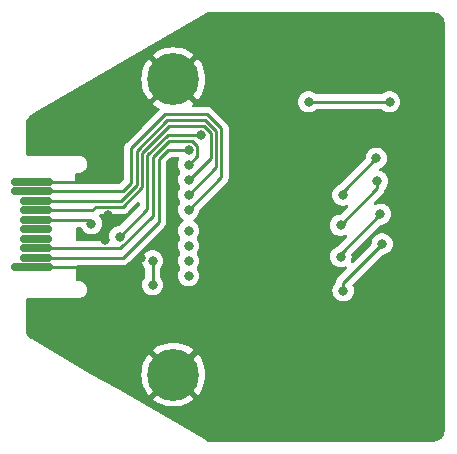
<source format=gbr>
%TF.GenerationSoftware,KiCad,Pcbnew,8.0.1*%
%TF.CreationDate,2024-08-04T19:12:34+01:00*%
%TF.ProjectId,hexpansion,68657870-616e-4736-996f-6e2e6b696361,rev?*%
%TF.SameCoordinates,Original*%
%TF.FileFunction,Copper,L2,Bot*%
%TF.FilePolarity,Positive*%
%FSLAX46Y46*%
G04 Gerber Fmt 4.6, Leading zero omitted, Abs format (unit mm)*
G04 Created by KiCad (PCBNEW 8.0.1) date 2024-08-04 19:12:34*
%MOMM*%
%LPD*%
G01*
G04 APERTURE LIST*
G04 Aperture macros list*
%AMRoundRect*
0 Rectangle with rounded corners*
0 $1 Rounding radius*
0 $2 $3 $4 $5 $6 $7 $8 $9 X,Y pos of 4 corners*
0 Add a 4 corners polygon primitive as box body*
4,1,4,$2,$3,$4,$5,$6,$7,$8,$9,$2,$3,0*
0 Add four circle primitives for the rounded corners*
1,1,$1+$1,$2,$3*
1,1,$1+$1,$4,$5*
1,1,$1+$1,$6,$7*
1,1,$1+$1,$8,$9*
0 Add four rect primitives between the rounded corners*
20,1,$1+$1,$2,$3,$4,$5,0*
20,1,$1+$1,$4,$5,$6,$7,0*
20,1,$1+$1,$6,$7,$8,$9,0*
20,1,$1+$1,$8,$9,$2,$3,0*%
G04 Aperture macros list end*
%TA.AperFunction,SMDPad,CuDef*%
%ADD10RoundRect,0.150000X-1.600000X-0.150000X1.600000X-0.150000X1.600000X0.150000X-1.600000X0.150000X0*%
%TD*%
%TA.AperFunction,SMDPad,CuDef*%
%ADD11RoundRect,0.150000X-1.200000X-0.150000X1.200000X-0.150000X1.200000X0.150000X-1.200000X0.150000X0*%
%TD*%
%TA.AperFunction,ComponentPad*%
%ADD12C,0.700000*%
%TD*%
%TA.AperFunction,ComponentPad*%
%ADD13C,4.400000*%
%TD*%
%TA.AperFunction,ViaPad*%
%ADD14C,0.800000*%
%TD*%
%TA.AperFunction,Conductor*%
%ADD15C,0.250000*%
%TD*%
%ADD16C,0.350000*%
G04 APERTURE END LIST*
D10*
%TO.P,J1,1,GND*%
%TO.N,/GND*%
X100500000Y-103400000D03*
D11*
%TO.P,J1,2,LS_A*%
%TO.N,/LS_A*%
X100900000Y-102600000D03*
%TO.P,J1,3,LS_B*%
%TO.N,/LS_B*%
X100900000Y-101800000D03*
%TO.P,J1,4,SDA*%
%TO.N,/SDA*%
X100900000Y-101000000D03*
%TO.P,J1,5,SCL*%
%TO.N,/SCL*%
X100900000Y-100200000D03*
%TO.P,J1,6,HEXP_DET*%
%TO.N,/HEXP_DET*%
X100900000Y-99400000D03*
%TO.P,J1,7,LS_C*%
%TO.N,/LS_C*%
X100900000Y-98600000D03*
%TO.P,J1,8,LS_D*%
%TO.N,/LS_D*%
X100900000Y-97800000D03*
D10*
%TO.P,J1,9,LS_E*%
%TO.N,/LS_E*%
X100500000Y-97000000D03*
%TO.P,J1,10,GND*%
%TO.N,/GND*%
X100500000Y-96200000D03*
%TD*%
D12*
%TO.P,H2,1,1*%
%TO.N,/GND*%
X110850000Y-87500000D03*
X111333274Y-86333274D03*
X111333274Y-88666726D03*
X112500000Y-85850000D03*
D13*
X112500000Y-87500000D03*
D12*
X112500000Y-89150000D03*
X113666726Y-86333274D03*
X113666726Y-88666726D03*
X114150000Y-87500000D03*
%TD*%
%TO.P,H1,1,1*%
%TO.N,/GND*%
X110850000Y-112500000D03*
X111333274Y-111333274D03*
X111333274Y-113666726D03*
X112500000Y-110850000D03*
D13*
X112500000Y-112500000D03*
D12*
X112500000Y-114150000D03*
X113666726Y-111333274D03*
X113666726Y-113666726D03*
X114150000Y-112500000D03*
%TD*%
D14*
%TO.N,/HEXP_DET*%
X110744000Y-104902000D03*
X110744000Y-102870000D03*
X105559132Y-99725000D03*
%TO.N,/GND*%
X109728000Y-102616000D03*
X106680000Y-101075000D03*
X106934000Y-99023000D03*
%TO.N,/3V3*%
X130810000Y-89408000D03*
X123952000Y-89408000D03*
X114808000Y-92202000D03*
X107945347Y-100833347D03*
%TO.N,/GND*%
X105918000Y-105918000D03*
X105918000Y-93726000D03*
%TO.N,/LS_C*%
X113792000Y-96012000D03*
%TO.N,/LS_D*%
X113792000Y-97282000D03*
%TO.N,/LS_E*%
X113792000Y-98552000D03*
%TO.N,/HS_F*%
X113792000Y-100330000D03*
%TO.N,/HS_G*%
X113792000Y-101600000D03*
%TO.N,/HS_H*%
X113792000Y-102870000D03*
%TO.N,/HS_I*%
X113792000Y-104140000D03*
%TO.N,Net-(D1-DIN)*%
X126852000Y-97300000D03*
X129682000Y-94200000D03*
%TO.N,Net-(D1-DOUT)*%
X129777000Y-96135000D03*
X126662000Y-99860000D03*
%TO.N,Net-(D2-DOUT)*%
X130042000Y-98920000D03*
X126692000Y-102520000D03*
%TO.N,Net-(D3-DOUT)*%
X130182000Y-101450000D03*
X126882000Y-105390000D03*
%TO.N,/LS_B*%
X113792000Y-94742000D03*
%TO.N,/LS_A*%
X113792000Y-93472000D03*
%TD*%
D15*
%TO.N,/HEXP_DET*%
X110744000Y-102870000D02*
X110744000Y-104902000D01*
%TO.N,/3V3*%
X110294000Y-98494000D02*
X110294000Y-93919208D01*
X107945347Y-100833347D02*
X107954653Y-100833347D01*
X112011208Y-92202000D02*
X114808000Y-92202000D01*
X107954653Y-100833347D02*
X110294000Y-98494000D01*
X110294000Y-93919208D02*
X112011208Y-92202000D01*
%TO.N,/GND*%
X106934000Y-99023000D02*
X106680000Y-99277000D01*
X106680000Y-99277000D02*
X106680000Y-101075000D01*
%TO.N,/LS_C*%
X115664653Y-94139347D02*
X113792000Y-96012000D01*
X115664653Y-92033348D02*
X115664653Y-94139347D01*
X112136812Y-91440000D02*
X115071305Y-91440000D01*
X109844000Y-93732812D02*
X112136812Y-91440000D01*
X109844000Y-96658000D02*
X109844000Y-93732812D01*
X108204000Y-98298000D02*
X109844000Y-96658000D01*
X105918000Y-98298000D02*
X108204000Y-98298000D01*
X100900000Y-98600000D02*
X105616000Y-98600000D01*
X115071305Y-91440000D02*
X115664653Y-92033348D01*
X105616000Y-98600000D02*
X105918000Y-98298000D01*
%TO.N,/HEXP_DET*%
X105242000Y-99400000D02*
X105559132Y-99717132D01*
X100900000Y-99400000D02*
X105242000Y-99400000D01*
X105559132Y-99717132D02*
X105559132Y-99725000D01*
%TO.N,/LS_E*%
X116564653Y-95779347D02*
X113792000Y-98552000D01*
X115386097Y-90482000D02*
X116564653Y-91660556D01*
X116564653Y-91660556D02*
X116564653Y-95779347D01*
X108944000Y-96285208D02*
X108944000Y-93360020D01*
X108944000Y-93360020D02*
X111822020Y-90482000D01*
X108229208Y-97000000D02*
X108944000Y-96285208D01*
X100500000Y-97000000D02*
X108229208Y-97000000D01*
X111822020Y-90482000D02*
X115386097Y-90482000D01*
%TO.N,/LS_D*%
X115199701Y-90932000D02*
X116114653Y-91846952D01*
X112008416Y-90932000D02*
X115199701Y-90932000D01*
X116114653Y-91846952D02*
X116114653Y-94959347D01*
X116114653Y-94959347D02*
X113792000Y-97282000D01*
X109394000Y-93546416D02*
X112008416Y-90932000D01*
X108065604Y-97800000D02*
X109394000Y-96471604D01*
X100900000Y-97800000D02*
X108065604Y-97800000D01*
X109394000Y-96471604D02*
X109394000Y-93546416D01*
%TO.N,/LS_B*%
X114517000Y-94017000D02*
X113792000Y-94742000D01*
X114092305Y-92747000D02*
X114517000Y-93171695D01*
X112102604Y-92747000D02*
X114092305Y-92747000D01*
X108004000Y-101800000D02*
X110744000Y-99060000D01*
X114517000Y-93171695D02*
X114517000Y-94017000D01*
X100900000Y-101800000D02*
X108004000Y-101800000D01*
X110744000Y-99060000D02*
X110744000Y-94105604D01*
X110744000Y-94105604D02*
X112102604Y-92747000D01*
%TO.N,/LS_A*%
X112014000Y-93472000D02*
X113792000Y-93472000D01*
X111252000Y-99568000D02*
X111252000Y-94234000D01*
X108220000Y-102600000D02*
X111252000Y-99568000D01*
X111252000Y-94234000D02*
X112014000Y-93472000D01*
X100900000Y-102600000D02*
X108220000Y-102600000D01*
%TO.N,/3V3*%
X123952000Y-89408000D02*
X130810000Y-89408000D01*
%TO.N,/GND*%
X100500000Y-103400000D02*
X105210000Y-103400000D01*
X100500000Y-96200000D02*
X105710000Y-96200000D01*
X105210000Y-103400000D02*
X105220000Y-103410000D01*
%TO.N,Net-(D1-DIN)*%
X126852000Y-97300000D02*
X126852000Y-97030000D01*
X126852000Y-97030000D02*
X129682000Y-94200000D01*
%TO.N,Net-(D1-DOUT)*%
X129777000Y-96745000D02*
X129777000Y-96135000D01*
X126662000Y-99860000D02*
X129777000Y-96745000D01*
%TO.N,Net-(D2-DOUT)*%
X126692000Y-102270000D02*
X126692000Y-102520000D01*
X130042000Y-98920000D02*
X126692000Y-102270000D01*
%TO.N,Net-(D3-DOUT)*%
X126882000Y-105390000D02*
X126882000Y-104750000D01*
X126882000Y-104750000D02*
X130182000Y-101450000D01*
%TD*%
%TA.AperFunction,Conductor*%
%TO.N,/GND*%
G36*
X134501532Y-81813510D02*
G01*
X134504744Y-81813589D01*
X134587603Y-81815643D01*
X134608704Y-81817985D01*
X134779005Y-81851860D01*
X134802254Y-81858912D01*
X134961259Y-81924772D01*
X134982680Y-81936223D01*
X135125769Y-82031829D01*
X135144545Y-82047237D01*
X135266241Y-82168930D01*
X135281656Y-82187714D01*
X135377260Y-82330791D01*
X135388719Y-82352228D01*
X135454574Y-82511206D01*
X135461631Y-82534467D01*
X135495505Y-82704743D01*
X135497851Y-82725895D01*
X135499963Y-82811962D01*
X135500000Y-82815004D01*
X135500000Y-117185031D01*
X135499963Y-117188045D01*
X135497871Y-117274084D01*
X135495525Y-117295263D01*
X135461654Y-117465532D01*
X135454597Y-117488794D01*
X135388740Y-117647779D01*
X135377281Y-117669216D01*
X135281674Y-117812297D01*
X135266254Y-117831087D01*
X135144573Y-117952766D01*
X135125782Y-117968187D01*
X134982694Y-118063794D01*
X134961258Y-118075251D01*
X134802271Y-118141105D01*
X134779010Y-118148160D01*
X134608734Y-118182030D01*
X134587580Y-118184376D01*
X134501510Y-118186485D01*
X134498473Y-118186522D01*
X115533220Y-118186522D01*
X115471220Y-118169909D01*
X115287423Y-118063794D01*
X107827914Y-113757043D01*
X105650652Y-112500000D01*
X109795065Y-112500000D01*
X109814786Y-112826038D01*
X109873667Y-113147341D01*
X109970835Y-113459164D01*
X109970839Y-113459175D01*
X110104897Y-113757041D01*
X110104898Y-113757043D01*
X110273881Y-114036576D01*
X110421476Y-114224968D01*
X110939936Y-113706508D01*
X111133274Y-113706508D01*
X111163722Y-113780017D01*
X111219983Y-113836278D01*
X111293492Y-113866726D01*
X111373056Y-113866726D01*
X111446565Y-113836278D01*
X111502826Y-113780017D01*
X111533274Y-113706508D01*
X111533274Y-113626944D01*
X111502826Y-113553435D01*
X111446565Y-113497174D01*
X111373056Y-113466726D01*
X111293492Y-113466726D01*
X111219983Y-113497174D01*
X111163722Y-113553435D01*
X111133274Y-113626944D01*
X111133274Y-113706508D01*
X110939936Y-113706508D01*
X111563708Y-113082736D01*
X111660967Y-113216602D01*
X111783398Y-113339033D01*
X111917262Y-113436290D01*
X110775030Y-114578522D01*
X110775030Y-114578523D01*
X110963423Y-114726118D01*
X111242956Y-114895101D01*
X111242958Y-114895102D01*
X111540824Y-115029160D01*
X111540835Y-115029164D01*
X111852658Y-115126332D01*
X112173961Y-115185213D01*
X112500000Y-115204934D01*
X112826038Y-115185213D01*
X113147341Y-115126332D01*
X113459164Y-115029164D01*
X113459175Y-115029160D01*
X113757041Y-114895102D01*
X113757043Y-114895101D01*
X114036586Y-114726112D01*
X114224968Y-114578523D01*
X114224968Y-114578522D01*
X113352955Y-113706508D01*
X113466726Y-113706508D01*
X113497174Y-113780017D01*
X113553435Y-113836278D01*
X113626944Y-113866726D01*
X113706508Y-113866726D01*
X113780017Y-113836278D01*
X113836278Y-113780017D01*
X113866726Y-113706508D01*
X113866726Y-113626944D01*
X113836278Y-113553435D01*
X113780017Y-113497174D01*
X113706508Y-113466726D01*
X113626944Y-113466726D01*
X113553435Y-113497174D01*
X113497174Y-113553435D01*
X113466726Y-113626944D01*
X113466726Y-113706508D01*
X113352955Y-113706508D01*
X113082737Y-113436290D01*
X113216602Y-113339033D01*
X113339033Y-113216602D01*
X113436290Y-113082737D01*
X114578522Y-114224968D01*
X114578523Y-114224968D01*
X114726112Y-114036586D01*
X114895101Y-113757043D01*
X114895102Y-113757041D01*
X115029160Y-113459175D01*
X115029164Y-113459164D01*
X115126332Y-113147341D01*
X115185213Y-112826038D01*
X115204934Y-112500000D01*
X115185213Y-112173961D01*
X115126332Y-111852658D01*
X115029164Y-111540835D01*
X115029160Y-111540824D01*
X114895102Y-111242958D01*
X114895101Y-111242956D01*
X114726118Y-110963423D01*
X114578522Y-110775030D01*
X113436290Y-111917262D01*
X113339033Y-111783398D01*
X113216602Y-111660967D01*
X113082736Y-111563709D01*
X113273389Y-111373056D01*
X113466726Y-111373056D01*
X113497174Y-111446565D01*
X113553435Y-111502826D01*
X113626944Y-111533274D01*
X113706508Y-111533274D01*
X113780017Y-111502826D01*
X113836278Y-111446565D01*
X113866726Y-111373056D01*
X113866726Y-111293492D01*
X113836278Y-111219983D01*
X113780017Y-111163722D01*
X113706508Y-111133274D01*
X113626944Y-111133274D01*
X113553435Y-111163722D01*
X113497174Y-111219983D01*
X113466726Y-111293492D01*
X113466726Y-111373056D01*
X113273389Y-111373056D01*
X114224968Y-110421476D01*
X114036576Y-110273881D01*
X113757043Y-110104898D01*
X113757041Y-110104897D01*
X113459175Y-109970839D01*
X113459164Y-109970835D01*
X113147341Y-109873667D01*
X112826038Y-109814786D01*
X112500000Y-109795065D01*
X112173961Y-109814786D01*
X111852658Y-109873667D01*
X111540835Y-109970835D01*
X111540824Y-109970839D01*
X111242958Y-110104897D01*
X111242956Y-110104898D01*
X110963422Y-110273881D01*
X110963416Y-110273886D01*
X110775030Y-110421474D01*
X110775029Y-110421476D01*
X111917262Y-111563709D01*
X111783398Y-111660967D01*
X111660967Y-111783398D01*
X111563709Y-111917262D01*
X111019503Y-111373056D01*
X111133274Y-111373056D01*
X111163722Y-111446565D01*
X111219983Y-111502826D01*
X111293492Y-111533274D01*
X111373056Y-111533274D01*
X111446565Y-111502826D01*
X111502826Y-111446565D01*
X111533274Y-111373056D01*
X111533274Y-111293492D01*
X111502826Y-111219983D01*
X111446565Y-111163722D01*
X111373056Y-111133274D01*
X111293492Y-111133274D01*
X111219983Y-111163722D01*
X111163722Y-111219983D01*
X111133274Y-111293492D01*
X111133274Y-111373056D01*
X111019503Y-111373056D01*
X110421476Y-110775029D01*
X110421474Y-110775030D01*
X110273886Y-110963416D01*
X110273881Y-110963422D01*
X110104898Y-111242956D01*
X110104897Y-111242958D01*
X109970839Y-111540824D01*
X109970835Y-111540835D01*
X109873667Y-111852658D01*
X109814786Y-112173961D01*
X109795065Y-112500000D01*
X105650652Y-112500000D01*
X100501428Y-109527093D01*
X100498608Y-109525415D01*
X100420311Y-109477404D01*
X100402161Y-109463847D01*
X100264511Y-109339913D01*
X100247165Y-109320649D01*
X100139266Y-109172148D01*
X100126306Y-109149703D01*
X100051634Y-108982002D01*
X100043626Y-108957358D01*
X100005112Y-108776200D01*
X100002445Y-108753674D01*
X100000042Y-108661846D01*
X100000000Y-108658603D01*
X100000000Y-106253025D01*
X100000147Y-106246989D01*
X100000363Y-106242548D01*
X100001352Y-106222261D01*
X100010642Y-106180856D01*
X100030659Y-106132529D01*
X100057534Y-106092308D01*
X100092308Y-106057534D01*
X100132529Y-106030659D01*
X100180856Y-106010642D01*
X100222261Y-106001352D01*
X100241421Y-106000418D01*
X100246990Y-106000147D01*
X100253026Y-106000000D01*
X104500015Y-106000000D01*
X104551275Y-105998564D01*
X104578623Y-105997799D01*
X104731927Y-105962809D01*
X104873601Y-105894582D01*
X104996541Y-105796541D01*
X105094582Y-105673601D01*
X105162809Y-105531927D01*
X105197799Y-105378623D01*
X105200000Y-105300000D01*
X105197799Y-105221377D01*
X105162809Y-105068073D01*
X105149530Y-105040500D01*
X105094583Y-104926401D01*
X105094582Y-104926400D01*
X105094582Y-104926399D01*
X105075125Y-104902000D01*
X109838540Y-104902000D01*
X109858326Y-105090256D01*
X109858327Y-105090259D01*
X109916818Y-105270277D01*
X109916821Y-105270284D01*
X110011467Y-105434216D01*
X110099447Y-105531927D01*
X110138129Y-105574888D01*
X110291265Y-105686148D01*
X110291270Y-105686151D01*
X110464192Y-105763142D01*
X110464197Y-105763144D01*
X110649354Y-105802500D01*
X110649355Y-105802500D01*
X110838644Y-105802500D01*
X110838646Y-105802500D01*
X111023803Y-105763144D01*
X111196730Y-105686151D01*
X111349871Y-105574888D01*
X111476533Y-105434216D01*
X111571179Y-105270284D01*
X111629674Y-105090256D01*
X111649460Y-104902000D01*
X111629674Y-104713744D01*
X111571179Y-104533716D01*
X111476533Y-104369784D01*
X111459860Y-104351267D01*
X111401350Y-104286284D01*
X111371120Y-104223292D01*
X111369500Y-104203312D01*
X111369500Y-103568687D01*
X111389185Y-103501648D01*
X111401350Y-103485715D01*
X111428424Y-103455646D01*
X111476533Y-103402216D01*
X111571179Y-103238284D01*
X111629674Y-103058256D01*
X111649460Y-102870000D01*
X111629674Y-102681744D01*
X111571179Y-102501716D01*
X111476533Y-102337784D01*
X111349871Y-102197112D01*
X111349870Y-102197111D01*
X111196734Y-102085851D01*
X111196729Y-102085848D01*
X111023807Y-102008857D01*
X111023802Y-102008855D01*
X110878001Y-101977865D01*
X110838646Y-101969500D01*
X110649354Y-101969500D01*
X110616897Y-101976398D01*
X110464197Y-102008855D01*
X110464192Y-102008857D01*
X110291270Y-102085848D01*
X110291265Y-102085851D01*
X110138129Y-102197111D01*
X110011466Y-102337785D01*
X109916821Y-102501715D01*
X109916818Y-102501722D01*
X109858327Y-102681740D01*
X109858326Y-102681744D01*
X109838540Y-102870000D01*
X109858326Y-103058256D01*
X109858327Y-103058259D01*
X109916818Y-103238277D01*
X109916821Y-103238284D01*
X110011467Y-103402216D01*
X110029306Y-103422028D01*
X110086650Y-103485715D01*
X110116880Y-103548706D01*
X110118500Y-103568687D01*
X110118500Y-104203312D01*
X110098815Y-104270351D01*
X110086650Y-104286284D01*
X110011466Y-104369784D01*
X109916821Y-104533715D01*
X109916818Y-104533722D01*
X109861031Y-104705418D01*
X109858326Y-104713744D01*
X109838540Y-104902000D01*
X105075125Y-104902000D01*
X104996541Y-104803459D01*
X104873601Y-104705418D01*
X104873599Y-104705417D01*
X104873598Y-104705416D01*
X104731927Y-104637190D01*
X104578625Y-104602201D01*
X104578615Y-104602200D01*
X104500015Y-104600000D01*
X104500000Y-104600000D01*
X104389804Y-104600000D01*
X104322765Y-104580315D01*
X104277010Y-104527511D01*
X104265807Y-104476862D01*
X104265646Y-104453714D01*
X104258475Y-103422028D01*
X104257977Y-103350362D01*
X104277195Y-103283187D01*
X104329680Y-103237066D01*
X104381974Y-103225500D01*
X108281607Y-103225500D01*
X108342029Y-103213481D01*
X108402452Y-103201463D01*
X108454775Y-103179790D01*
X108454776Y-103179789D01*
X108454778Y-103179789D01*
X108516281Y-103154314D01*
X108516280Y-103154314D01*
X108516286Y-103154312D01*
X108567509Y-103120084D01*
X108618733Y-103085858D01*
X108705858Y-102998733D01*
X108705858Y-102998731D01*
X108716066Y-102988524D01*
X108716067Y-102988521D01*
X111737858Y-99966733D01*
X111806312Y-99864285D01*
X111853463Y-99750451D01*
X111877501Y-99629606D01*
X111877501Y-99506393D01*
X111877501Y-99501283D01*
X111877500Y-99501257D01*
X111877500Y-94544452D01*
X111897185Y-94477413D01*
X111913819Y-94456771D01*
X112236771Y-94133819D01*
X112298094Y-94100334D01*
X112324452Y-94097500D01*
X112909520Y-94097500D01*
X112976559Y-94117185D01*
X113022314Y-94169989D01*
X113032258Y-94239147D01*
X113016907Y-94283500D01*
X112964821Y-94373715D01*
X112964818Y-94373722D01*
X112909345Y-94544452D01*
X112906326Y-94553744D01*
X112886540Y-94742000D01*
X112906326Y-94930256D01*
X112906327Y-94930259D01*
X112964818Y-95110277D01*
X112964821Y-95110284D01*
X113059467Y-95274216D01*
X113069806Y-95285699D01*
X113077307Y-95294030D01*
X113107535Y-95357022D01*
X113098909Y-95426357D01*
X113077307Y-95459970D01*
X113059466Y-95479785D01*
X112964821Y-95643715D01*
X112964818Y-95643722D01*
X112906327Y-95823740D01*
X112906326Y-95823744D01*
X112886540Y-96012000D01*
X112906326Y-96200256D01*
X112906327Y-96200259D01*
X112964818Y-96380277D01*
X112964821Y-96380284D01*
X113059467Y-96544216D01*
X113069806Y-96555699D01*
X113077307Y-96564030D01*
X113107535Y-96627022D01*
X113098909Y-96696357D01*
X113077307Y-96729970D01*
X113059466Y-96749785D01*
X112964821Y-96913715D01*
X112964818Y-96913722D01*
X112920790Y-97049228D01*
X112906326Y-97093744D01*
X112886540Y-97282000D01*
X112906326Y-97470256D01*
X112906327Y-97470259D01*
X112964818Y-97650277D01*
X112964821Y-97650284D01*
X113059467Y-97814216D01*
X113069806Y-97825699D01*
X113077307Y-97834030D01*
X113107535Y-97897022D01*
X113098909Y-97966357D01*
X113077307Y-97999970D01*
X113059466Y-98019785D01*
X112964821Y-98183715D01*
X112964818Y-98183722D01*
X112908263Y-98357782D01*
X112906326Y-98363744D01*
X112886540Y-98552000D01*
X112906326Y-98740256D01*
X112906327Y-98740259D01*
X112964818Y-98920277D01*
X112964821Y-98920284D01*
X113059467Y-99084216D01*
X113157223Y-99192785D01*
X113186129Y-99224888D01*
X113344527Y-99339971D01*
X113342976Y-99342105D01*
X113383098Y-99384199D01*
X113396309Y-99452808D01*
X113370330Y-99517668D01*
X113343634Y-99540800D01*
X113344527Y-99542029D01*
X113186129Y-99657111D01*
X113059466Y-99797785D01*
X112964821Y-99961715D01*
X112964818Y-99961722D01*
X112906327Y-100141740D01*
X112906326Y-100141744D01*
X112886540Y-100330000D01*
X112906326Y-100518256D01*
X112906327Y-100518259D01*
X112964818Y-100698277D01*
X112964821Y-100698284D01*
X113059467Y-100862216D01*
X113069806Y-100873699D01*
X113077307Y-100882030D01*
X113107535Y-100945022D01*
X113098909Y-101014357D01*
X113077307Y-101047970D01*
X113059466Y-101067785D01*
X112964821Y-101231715D01*
X112964818Y-101231722D01*
X112906327Y-101411740D01*
X112906326Y-101411744D01*
X112886540Y-101600000D01*
X112906326Y-101788256D01*
X112906327Y-101788259D01*
X112964818Y-101968277D01*
X112964821Y-101968284D01*
X113059467Y-102132216D01*
X113069806Y-102143699D01*
X113077307Y-102152030D01*
X113107535Y-102215022D01*
X113098909Y-102284357D01*
X113077307Y-102317970D01*
X113059466Y-102337785D01*
X112964821Y-102501715D01*
X112964818Y-102501722D01*
X112906327Y-102681740D01*
X112906326Y-102681744D01*
X112886540Y-102870000D01*
X112906326Y-103058256D01*
X112906327Y-103058259D01*
X112964818Y-103238277D01*
X112964821Y-103238284D01*
X113059467Y-103402216D01*
X113069806Y-103413699D01*
X113077307Y-103422030D01*
X113107535Y-103485022D01*
X113098909Y-103554357D01*
X113077307Y-103587970D01*
X113059466Y-103607785D01*
X112964821Y-103771715D01*
X112964818Y-103771722D01*
X112906327Y-103951740D01*
X112906326Y-103951744D01*
X112886540Y-104140000D01*
X112906326Y-104328256D01*
X112906327Y-104328259D01*
X112964818Y-104508277D01*
X112964821Y-104508283D01*
X112964821Y-104508284D01*
X113059467Y-104672216D01*
X113119521Y-104738912D01*
X113186129Y-104812888D01*
X113339265Y-104924148D01*
X113339270Y-104924151D01*
X113512192Y-105001142D01*
X113512197Y-105001144D01*
X113697354Y-105040500D01*
X113697355Y-105040500D01*
X113886644Y-105040500D01*
X113886646Y-105040500D01*
X114071803Y-105001144D01*
X114244730Y-104924151D01*
X114397871Y-104812888D01*
X114524533Y-104672216D01*
X114619179Y-104508284D01*
X114677674Y-104328256D01*
X114697460Y-104140000D01*
X114677674Y-103951744D01*
X114619179Y-103771716D01*
X114524533Y-103607784D01*
X114506693Y-103587971D01*
X114476464Y-103524981D01*
X114485089Y-103455646D01*
X114506694Y-103422028D01*
X114508070Y-103420500D01*
X114524533Y-103402216D01*
X114619179Y-103238284D01*
X114677674Y-103058256D01*
X114697460Y-102870000D01*
X114677674Y-102681744D01*
X114619179Y-102501716D01*
X114524533Y-102337784D01*
X114506693Y-102317971D01*
X114476464Y-102254981D01*
X114485089Y-102185646D01*
X114506694Y-102152028D01*
X114524533Y-102132216D01*
X114619179Y-101968284D01*
X114677674Y-101788256D01*
X114697460Y-101600000D01*
X114677674Y-101411744D01*
X114619179Y-101231716D01*
X114524533Y-101067784D01*
X114506693Y-101047971D01*
X114476464Y-100984981D01*
X114485089Y-100915646D01*
X114506694Y-100882028D01*
X114524533Y-100862216D01*
X114619179Y-100698284D01*
X114677674Y-100518256D01*
X114697460Y-100330000D01*
X114677674Y-100141744D01*
X114619179Y-99961716D01*
X114560453Y-99860000D01*
X125756540Y-99860000D01*
X125776326Y-100048256D01*
X125776327Y-100048259D01*
X125834818Y-100228277D01*
X125834820Y-100228282D01*
X125834821Y-100228284D01*
X125929467Y-100392216D01*
X126034753Y-100509148D01*
X126056129Y-100532888D01*
X126209265Y-100644148D01*
X126209270Y-100644151D01*
X126382192Y-100721142D01*
X126382197Y-100721144D01*
X126567354Y-100760500D01*
X126567355Y-100760500D01*
X126756644Y-100760500D01*
X126756646Y-100760500D01*
X126941803Y-100721144D01*
X127077689Y-100660642D01*
X127146937Y-100651358D01*
X127210214Y-100680985D01*
X127247428Y-100740120D01*
X127246764Y-100809987D01*
X127215805Y-100861603D01*
X126439904Y-101637504D01*
X126402659Y-101663102D01*
X126239270Y-101735848D01*
X126239265Y-101735851D01*
X126086129Y-101847111D01*
X125959466Y-101987785D01*
X125864821Y-102151715D01*
X125864818Y-102151722D01*
X125806327Y-102331740D01*
X125806326Y-102331744D01*
X125786540Y-102520000D01*
X125806326Y-102708256D01*
X125806327Y-102708259D01*
X125864818Y-102888277D01*
X125864821Y-102888284D01*
X125959467Y-103052216D01*
X126086129Y-103192888D01*
X126239265Y-103304148D01*
X126239270Y-103304151D01*
X126412192Y-103381142D01*
X126412197Y-103381144D01*
X126597354Y-103420500D01*
X126597355Y-103420500D01*
X126786644Y-103420500D01*
X126786646Y-103420500D01*
X126971803Y-103381144D01*
X127071639Y-103336693D01*
X127140886Y-103327408D01*
X127204163Y-103357036D01*
X127241377Y-103416171D01*
X127240713Y-103486037D01*
X127209754Y-103537654D01*
X126483270Y-104264139D01*
X126396144Y-104351264D01*
X126396138Y-104351272D01*
X126327690Y-104453708D01*
X126327689Y-104453710D01*
X126305084Y-104508283D01*
X126305085Y-104508284D01*
X126280536Y-104567549D01*
X126280535Y-104567555D01*
X126256500Y-104688389D01*
X126256500Y-104691312D01*
X126256067Y-104692785D01*
X126255903Y-104694455D01*
X126255586Y-104694423D01*
X126236815Y-104758351D01*
X126224650Y-104774284D01*
X126149466Y-104857784D01*
X126054821Y-105021715D01*
X126054818Y-105021722D01*
X125996327Y-105201740D01*
X125996326Y-105201744D01*
X125976540Y-105390000D01*
X125996326Y-105578256D01*
X125996327Y-105578259D01*
X126054818Y-105758277D01*
X126054821Y-105758284D01*
X126149467Y-105922216D01*
X126247110Y-106030659D01*
X126276129Y-106062888D01*
X126429265Y-106174148D01*
X126429270Y-106174151D01*
X126602192Y-106251142D01*
X126602197Y-106251144D01*
X126787354Y-106290500D01*
X126787355Y-106290500D01*
X126976644Y-106290500D01*
X126976646Y-106290500D01*
X127161803Y-106251144D01*
X127334730Y-106174151D01*
X127487871Y-106062888D01*
X127614533Y-105922216D01*
X127709179Y-105758284D01*
X127767674Y-105578256D01*
X127787460Y-105390000D01*
X127767674Y-105201744D01*
X127709179Y-105021716D01*
X127697301Y-105001142D01*
X127678312Y-104968251D01*
X127661839Y-104900350D01*
X127684692Y-104834323D01*
X127698012Y-104818576D01*
X130129771Y-102386819D01*
X130191094Y-102353334D01*
X130217452Y-102350500D01*
X130276644Y-102350500D01*
X130276646Y-102350500D01*
X130461803Y-102311144D01*
X130634730Y-102234151D01*
X130787871Y-102122888D01*
X130914533Y-101982216D01*
X131009179Y-101818284D01*
X131067674Y-101638256D01*
X131087460Y-101450000D01*
X131067674Y-101261744D01*
X131009179Y-101081716D01*
X130914533Y-100917784D01*
X130787871Y-100777112D01*
X130787870Y-100777111D01*
X130634734Y-100665851D01*
X130634729Y-100665848D01*
X130461807Y-100588857D01*
X130461802Y-100588855D01*
X130316001Y-100557865D01*
X130276646Y-100549500D01*
X130087354Y-100549500D01*
X130054897Y-100556398D01*
X129902197Y-100588855D01*
X129902192Y-100588857D01*
X129729270Y-100665848D01*
X129729265Y-100665851D01*
X129576129Y-100777111D01*
X129449466Y-100917785D01*
X129354821Y-101081715D01*
X129354818Y-101081722D01*
X129296327Y-101261740D01*
X129296326Y-101261744D01*
X129288405Y-101337105D01*
X129278678Y-101429651D01*
X129252093Y-101494266D01*
X129243038Y-101504370D01*
X127719441Y-103027967D01*
X127658118Y-103061452D01*
X127588426Y-103056468D01*
X127532493Y-103014596D01*
X127508076Y-102949132D01*
X127517647Y-102894619D01*
X127517171Y-102894465D01*
X127518266Y-102891093D01*
X127518488Y-102889832D01*
X127519169Y-102888300D01*
X127519179Y-102888284D01*
X127577674Y-102708256D01*
X127597460Y-102520000D01*
X127577880Y-102333708D01*
X127590449Y-102264982D01*
X127613520Y-102233069D01*
X128183488Y-101663102D01*
X129381528Y-100465062D01*
X129989772Y-99856819D01*
X130051095Y-99823334D01*
X130077453Y-99820500D01*
X130136644Y-99820500D01*
X130136646Y-99820500D01*
X130321803Y-99781144D01*
X130494730Y-99704151D01*
X130647871Y-99592888D01*
X130774533Y-99452216D01*
X130869179Y-99288284D01*
X130927674Y-99108256D01*
X130947460Y-98920000D01*
X130927674Y-98731744D01*
X130869179Y-98551716D01*
X130774533Y-98387784D01*
X130647871Y-98247112D01*
X130632983Y-98236295D01*
X130494734Y-98135851D01*
X130494729Y-98135848D01*
X130321807Y-98058857D01*
X130321802Y-98058855D01*
X130176001Y-98027865D01*
X130136646Y-98019500D01*
X129947354Y-98019500D01*
X129914897Y-98026398D01*
X129762197Y-98058855D01*
X129762192Y-98058857D01*
X129626307Y-98119358D01*
X129557057Y-98128643D01*
X129493780Y-98099015D01*
X129456567Y-98039880D01*
X129457232Y-97970013D01*
X129488188Y-97918400D01*
X130175729Y-97230860D01*
X130175733Y-97230858D01*
X130262858Y-97143733D01*
X130331311Y-97041286D01*
X130378463Y-96927452D01*
X130397435Y-96832071D01*
X130401087Y-96813711D01*
X130430552Y-96754931D01*
X130509533Y-96667216D01*
X130604179Y-96503284D01*
X130662674Y-96323256D01*
X130682460Y-96135000D01*
X130662674Y-95946744D01*
X130604179Y-95766716D01*
X130509533Y-95602784D01*
X130382871Y-95462112D01*
X130379923Y-95459970D01*
X130229734Y-95350851D01*
X130229729Y-95350848D01*
X130056807Y-95273857D01*
X130056802Y-95273855D01*
X130042417Y-95270798D01*
X129980935Y-95237606D01*
X129947159Y-95176443D01*
X129951811Y-95106728D01*
X129993416Y-95050596D01*
X130017762Y-95036229D01*
X130134730Y-94984151D01*
X130287871Y-94872888D01*
X130414533Y-94732216D01*
X130509179Y-94568284D01*
X130567674Y-94388256D01*
X130587460Y-94200000D01*
X130567674Y-94011744D01*
X130509179Y-93831716D01*
X130414533Y-93667784D01*
X130287871Y-93527112D01*
X130287870Y-93527111D01*
X130134734Y-93415851D01*
X130134729Y-93415848D01*
X129961807Y-93338857D01*
X129961802Y-93338855D01*
X129816001Y-93307865D01*
X129776646Y-93299500D01*
X129587354Y-93299500D01*
X129554897Y-93306398D01*
X129402197Y-93338855D01*
X129402192Y-93338857D01*
X129229270Y-93415848D01*
X129229265Y-93415851D01*
X129076129Y-93527111D01*
X128949466Y-93667785D01*
X128854821Y-93831715D01*
X128854818Y-93831722D01*
X128796327Y-94011740D01*
X128796326Y-94011744D01*
X128785244Y-94117185D01*
X128778679Y-94179649D01*
X128752094Y-94244263D01*
X128743039Y-94254368D01*
X126563854Y-96433554D01*
X126526610Y-96459152D01*
X126399267Y-96515850D01*
X126246129Y-96627111D01*
X126119466Y-96767785D01*
X126024821Y-96931715D01*
X126024818Y-96931722D01*
X125968442Y-97105231D01*
X125966326Y-97111744D01*
X125946540Y-97300000D01*
X125966326Y-97488256D01*
X125966327Y-97488259D01*
X126024818Y-97668277D01*
X126024821Y-97668284D01*
X126119467Y-97832216D01*
X126219345Y-97943141D01*
X126246129Y-97972888D01*
X126399265Y-98084148D01*
X126399270Y-98084151D01*
X126572192Y-98161142D01*
X126572197Y-98161144D01*
X126757354Y-98200500D01*
X126757355Y-98200500D01*
X126946644Y-98200500D01*
X126946646Y-98200500D01*
X127131803Y-98161144D01*
X127141506Y-98156824D01*
X127210755Y-98147536D01*
X127274033Y-98177162D01*
X127311249Y-98236295D01*
X127310587Y-98306162D01*
X127279627Y-98357782D01*
X126714229Y-98923181D01*
X126652906Y-98956666D01*
X126626548Y-98959500D01*
X126567354Y-98959500D01*
X126544946Y-98964263D01*
X126382197Y-98998855D01*
X126382192Y-98998857D01*
X126209270Y-99075848D01*
X126209265Y-99075851D01*
X126056129Y-99187111D01*
X125929466Y-99327785D01*
X125834821Y-99491715D01*
X125834818Y-99491722D01*
X125781080Y-99657112D01*
X125776326Y-99671744D01*
X125756540Y-99860000D01*
X114560453Y-99860000D01*
X114524533Y-99797784D01*
X114397871Y-99657112D01*
X114360015Y-99629608D01*
X114239473Y-99542029D01*
X114241028Y-99539888D01*
X114200921Y-99497840D01*
X114187685Y-99429235D01*
X114213642Y-99364366D01*
X114240370Y-99341205D01*
X114239473Y-99339971D01*
X114310623Y-99288277D01*
X114397871Y-99224888D01*
X114524533Y-99084216D01*
X114619179Y-98920284D01*
X114677674Y-98740256D01*
X114695321Y-98572344D01*
X114721904Y-98507734D01*
X114730951Y-98497638D01*
X117050510Y-96178081D01*
X117052357Y-96175318D01*
X117118964Y-96075633D01*
X117166116Y-95961799D01*
X117177518Y-95904474D01*
X117189130Y-95846101D01*
X117190152Y-95840958D01*
X117190153Y-95840951D01*
X117190153Y-91598949D01*
X117190152Y-91598945D01*
X117166117Y-91478111D01*
X117166116Y-91478104D01*
X117137015Y-91407848D01*
X117118965Y-91364271D01*
X117103651Y-91341352D01*
X117077023Y-91301500D01*
X117050511Y-91261823D01*
X117050506Y-91261817D01*
X116960290Y-91171601D01*
X116960259Y-91171572D01*
X115876295Y-90087608D01*
X115876275Y-90087586D01*
X115784830Y-89996141D01*
X115733606Y-89961915D01*
X115682384Y-89927689D01*
X115682385Y-89927689D01*
X115682383Y-89927688D01*
X115666434Y-89921082D01*
X115600708Y-89893857D01*
X115600708Y-89893858D01*
X115568549Y-89880537D01*
X115508126Y-89868518D01*
X115447707Y-89856500D01*
X115447704Y-89856500D01*
X115447703Y-89856500D01*
X114229496Y-89856500D01*
X114162457Y-89836815D01*
X114116702Y-89784011D01*
X114106758Y-89714853D01*
X114135783Y-89651297D01*
X114153023Y-89634889D01*
X114224968Y-89578523D01*
X114224968Y-89578522D01*
X114054446Y-89408000D01*
X123046540Y-89408000D01*
X123066326Y-89596256D01*
X123066327Y-89596259D01*
X123124818Y-89776277D01*
X123124821Y-89776284D01*
X123219467Y-89940216D01*
X123321185Y-90053185D01*
X123346129Y-90080888D01*
X123499265Y-90192148D01*
X123499270Y-90192151D01*
X123672192Y-90269142D01*
X123672197Y-90269144D01*
X123857354Y-90308500D01*
X123857355Y-90308500D01*
X124046644Y-90308500D01*
X124046646Y-90308500D01*
X124231803Y-90269144D01*
X124404730Y-90192151D01*
X124557871Y-90080888D01*
X124560788Y-90077647D01*
X124563600Y-90074526D01*
X124623087Y-90037879D01*
X124655748Y-90033500D01*
X130106252Y-90033500D01*
X130173291Y-90053185D01*
X130198400Y-90074526D01*
X130204126Y-90080885D01*
X130204130Y-90080889D01*
X130357265Y-90192148D01*
X130357270Y-90192151D01*
X130530192Y-90269142D01*
X130530197Y-90269144D01*
X130715354Y-90308500D01*
X130715355Y-90308500D01*
X130904644Y-90308500D01*
X130904646Y-90308500D01*
X131089803Y-90269144D01*
X131262730Y-90192151D01*
X131415871Y-90080888D01*
X131542533Y-89940216D01*
X131637179Y-89776284D01*
X131695674Y-89596256D01*
X131715460Y-89408000D01*
X131695674Y-89219744D01*
X131637179Y-89039716D01*
X131542533Y-88875784D01*
X131415871Y-88735112D01*
X131415870Y-88735111D01*
X131262734Y-88623851D01*
X131262729Y-88623848D01*
X131089807Y-88546857D01*
X131089802Y-88546855D01*
X130944001Y-88515865D01*
X130904646Y-88507500D01*
X130715354Y-88507500D01*
X130682897Y-88514398D01*
X130530197Y-88546855D01*
X130530192Y-88546857D01*
X130357270Y-88623848D01*
X130357265Y-88623851D01*
X130204130Y-88735110D01*
X130204126Y-88735114D01*
X130198400Y-88741474D01*
X130138913Y-88778121D01*
X130106252Y-88782500D01*
X124655748Y-88782500D01*
X124588709Y-88762815D01*
X124563600Y-88741474D01*
X124557873Y-88735114D01*
X124557869Y-88735110D01*
X124404734Y-88623851D01*
X124404729Y-88623848D01*
X124231807Y-88546857D01*
X124231802Y-88546855D01*
X124086001Y-88515865D01*
X124046646Y-88507500D01*
X123857354Y-88507500D01*
X123824897Y-88514398D01*
X123672197Y-88546855D01*
X123672192Y-88546857D01*
X123499270Y-88623848D01*
X123499265Y-88623851D01*
X123346129Y-88735111D01*
X123219466Y-88875785D01*
X123124821Y-89039715D01*
X123124818Y-89039722D01*
X123101913Y-89110218D01*
X123066326Y-89219744D01*
X123046540Y-89408000D01*
X114054446Y-89408000D01*
X113352955Y-88706508D01*
X113466726Y-88706508D01*
X113497174Y-88780017D01*
X113553435Y-88836278D01*
X113626944Y-88866726D01*
X113706508Y-88866726D01*
X113780017Y-88836278D01*
X113836278Y-88780017D01*
X113866726Y-88706508D01*
X113866726Y-88626944D01*
X113836278Y-88553435D01*
X113780017Y-88497174D01*
X113706508Y-88466726D01*
X113626944Y-88466726D01*
X113553435Y-88497174D01*
X113497174Y-88553435D01*
X113466726Y-88626944D01*
X113466726Y-88706508D01*
X113352955Y-88706508D01*
X113082737Y-88436290D01*
X113216602Y-88339033D01*
X113339033Y-88216602D01*
X113436290Y-88082737D01*
X114578522Y-89224968D01*
X114578523Y-89224968D01*
X114726112Y-89036586D01*
X114895101Y-88757043D01*
X114895102Y-88757041D01*
X115029160Y-88459175D01*
X115029164Y-88459164D01*
X115126332Y-88147341D01*
X115185213Y-87826038D01*
X115204934Y-87500000D01*
X115185213Y-87173961D01*
X115126332Y-86852658D01*
X115029164Y-86540835D01*
X115029160Y-86540824D01*
X114895102Y-86242958D01*
X114895101Y-86242956D01*
X114726118Y-85963423D01*
X114578522Y-85775030D01*
X113436290Y-86917262D01*
X113339033Y-86783398D01*
X113216602Y-86660967D01*
X113082736Y-86563709D01*
X113273389Y-86373056D01*
X113466726Y-86373056D01*
X113497174Y-86446565D01*
X113553435Y-86502826D01*
X113626944Y-86533274D01*
X113706508Y-86533274D01*
X113780017Y-86502826D01*
X113836278Y-86446565D01*
X113866726Y-86373056D01*
X113866726Y-86293492D01*
X113836278Y-86219983D01*
X113780017Y-86163722D01*
X113706508Y-86133274D01*
X113626944Y-86133274D01*
X113553435Y-86163722D01*
X113497174Y-86219983D01*
X113466726Y-86293492D01*
X113466726Y-86373056D01*
X113273389Y-86373056D01*
X114224968Y-85421476D01*
X114036576Y-85273881D01*
X113757043Y-85104898D01*
X113757041Y-85104897D01*
X113459175Y-84970839D01*
X113459164Y-84970835D01*
X113147341Y-84873667D01*
X112826038Y-84814786D01*
X112500000Y-84795065D01*
X112173961Y-84814786D01*
X111852658Y-84873667D01*
X111540835Y-84970835D01*
X111540824Y-84970839D01*
X111242958Y-85104897D01*
X111242956Y-85104898D01*
X110963422Y-85273881D01*
X110963416Y-85273886D01*
X110775030Y-85421474D01*
X110775029Y-85421476D01*
X111917262Y-86563709D01*
X111783398Y-86660967D01*
X111660967Y-86783398D01*
X111563709Y-86917262D01*
X111019503Y-86373056D01*
X111133274Y-86373056D01*
X111163722Y-86446565D01*
X111219983Y-86502826D01*
X111293492Y-86533274D01*
X111373056Y-86533274D01*
X111446565Y-86502826D01*
X111502826Y-86446565D01*
X111533274Y-86373056D01*
X111533274Y-86293492D01*
X111502826Y-86219983D01*
X111446565Y-86163722D01*
X111373056Y-86133274D01*
X111293492Y-86133274D01*
X111219983Y-86163722D01*
X111163722Y-86219983D01*
X111133274Y-86293492D01*
X111133274Y-86373056D01*
X111019503Y-86373056D01*
X110421476Y-85775029D01*
X110421474Y-85775030D01*
X110273886Y-85963416D01*
X110273881Y-85963422D01*
X110104898Y-86242956D01*
X110104897Y-86242958D01*
X109970839Y-86540824D01*
X109970835Y-86540835D01*
X109873667Y-86852658D01*
X109814786Y-87173961D01*
X109795065Y-87500000D01*
X109814786Y-87826038D01*
X109873667Y-88147341D01*
X109970835Y-88459164D01*
X109970839Y-88459175D01*
X110104897Y-88757041D01*
X110104898Y-88757043D01*
X110273881Y-89036576D01*
X110421476Y-89224968D01*
X110939936Y-88706508D01*
X111133274Y-88706508D01*
X111163722Y-88780017D01*
X111219983Y-88836278D01*
X111293492Y-88866726D01*
X111373056Y-88866726D01*
X111446565Y-88836278D01*
X111502826Y-88780017D01*
X111533274Y-88706508D01*
X111533274Y-88626944D01*
X111502826Y-88553435D01*
X111446565Y-88497174D01*
X111373056Y-88466726D01*
X111293492Y-88466726D01*
X111219983Y-88497174D01*
X111163722Y-88553435D01*
X111133274Y-88626944D01*
X111133274Y-88706508D01*
X110939936Y-88706508D01*
X111563708Y-88082736D01*
X111660967Y-88216602D01*
X111783398Y-88339033D01*
X111917262Y-88436290D01*
X110775030Y-89578522D01*
X110775030Y-89578523D01*
X110963423Y-89726118D01*
X111242956Y-89895101D01*
X111242963Y-89895105D01*
X111273177Y-89908703D01*
X111326232Y-89954166D01*
X111346285Y-90021096D01*
X111326970Y-90088243D01*
X111309968Y-90109460D01*
X109820484Y-91598945D01*
X108545270Y-92874159D01*
X108545267Y-92874162D01*
X108501704Y-92917724D01*
X108458142Y-92961286D01*
X108437550Y-92992105D01*
X108437549Y-92992104D01*
X108389689Y-93063732D01*
X108389685Y-93063739D01*
X108371638Y-93107311D01*
X108371638Y-93107312D01*
X108342537Y-93177567D01*
X108342535Y-93177573D01*
X108331450Y-93233297D01*
X108331451Y-93233298D01*
X108320266Y-93289538D01*
X108320264Y-93289548D01*
X108318500Y-93298413D01*
X108318500Y-95974755D01*
X108298815Y-96041794D01*
X108282181Y-96062436D01*
X108006437Y-96338181D01*
X107945114Y-96371666D01*
X107918756Y-96374500D01*
X104332626Y-96374500D01*
X104265587Y-96354815D01*
X104219832Y-96302011D01*
X104208629Y-96251362D01*
X104203579Y-95524862D01*
X104222797Y-95457687D01*
X104275282Y-95411566D01*
X104327576Y-95400000D01*
X104500015Y-95400000D01*
X104551275Y-95398564D01*
X104578623Y-95397799D01*
X104731927Y-95362809D01*
X104873601Y-95294582D01*
X104996541Y-95196541D01*
X105094582Y-95073601D01*
X105162809Y-94931927D01*
X105197799Y-94778623D01*
X105200000Y-94700000D01*
X105197799Y-94621377D01*
X105162809Y-94468073D01*
X105157366Y-94456771D01*
X105094583Y-94326401D01*
X105094582Y-94326400D01*
X105094582Y-94326399D01*
X104996541Y-94203459D01*
X104873601Y-94105418D01*
X104873599Y-94105417D01*
X104873598Y-94105416D01*
X104731927Y-94037190D01*
X104578625Y-94002201D01*
X104578615Y-94002200D01*
X104500015Y-94000000D01*
X104500000Y-94000000D01*
X100253026Y-94000000D01*
X100246986Y-93999853D01*
X100237667Y-93999398D01*
X100222260Y-93998647D01*
X100180850Y-93989355D01*
X100132533Y-93969342D01*
X100092305Y-93942462D01*
X100057537Y-93907694D01*
X100030657Y-93867466D01*
X100010642Y-93819145D01*
X100001352Y-93777737D01*
X100000147Y-93753010D01*
X100000000Y-93746974D01*
X100000000Y-91341352D01*
X100000041Y-91338159D01*
X100000048Y-91337880D01*
X100002406Y-91246341D01*
X100005074Y-91223767D01*
X100043585Y-91042625D01*
X100051596Y-91017975D01*
X100126273Y-90850266D01*
X100139232Y-90827825D01*
X100247139Y-90679315D01*
X100264485Y-90660052D01*
X100402126Y-90536127D01*
X100420298Y-90522557D01*
X100498688Y-90474528D01*
X100501352Y-90472943D01*
X115471220Y-81830084D01*
X115533220Y-81813472D01*
X134498461Y-81813472D01*
X134501532Y-81813510D01*
G37*
%TD.AperFunction*%
%TA.AperFunction,Conductor*%
G36*
X109587834Y-97901269D02*
G01*
X109643767Y-97943141D01*
X109668184Y-98008605D01*
X109668500Y-98017451D01*
X109668500Y-98183548D01*
X109648815Y-98250587D01*
X109632181Y-98271229D01*
X108006882Y-99896528D01*
X107945559Y-99930013D01*
X107919201Y-99932847D01*
X107850701Y-99932847D01*
X107818244Y-99939745D01*
X107665544Y-99972202D01*
X107665539Y-99972204D01*
X107492617Y-100049195D01*
X107492612Y-100049198D01*
X107339476Y-100160458D01*
X107212813Y-100301132D01*
X107118168Y-100465062D01*
X107118165Y-100465069D01*
X107059979Y-100644148D01*
X107059673Y-100645091D01*
X107039887Y-100833347D01*
X107059673Y-101021603D01*
X107059674Y-101021606D01*
X107060337Y-101024726D01*
X107060196Y-101026572D01*
X107060353Y-101028066D01*
X107060079Y-101028094D01*
X107055017Y-101094393D01*
X107012877Y-101150124D01*
X106947295Y-101174225D01*
X106939045Y-101174500D01*
X104365993Y-101174500D01*
X104298954Y-101154815D01*
X104253199Y-101102011D01*
X104241996Y-101051362D01*
X104235732Y-100150362D01*
X104254950Y-100083187D01*
X104307435Y-100037066D01*
X104359729Y-100025500D01*
X104621247Y-100025500D01*
X104688286Y-100045185D01*
X104726293Y-100089047D01*
X104728703Y-100087656D01*
X104826597Y-100257214D01*
X104953261Y-100397888D01*
X105106397Y-100509148D01*
X105106402Y-100509151D01*
X105279324Y-100586142D01*
X105279329Y-100586144D01*
X105464486Y-100625500D01*
X105464487Y-100625500D01*
X105653776Y-100625500D01*
X105653778Y-100625500D01*
X105838935Y-100586144D01*
X106011862Y-100509151D01*
X106165003Y-100397888D01*
X106291665Y-100257216D01*
X106386311Y-100093284D01*
X106444806Y-99913256D01*
X106464592Y-99725000D01*
X106444806Y-99536744D01*
X106386311Y-99356716D01*
X106291665Y-99192784D01*
X106235559Y-99130472D01*
X106205329Y-99067481D01*
X106213954Y-98998145D01*
X106258696Y-98944480D01*
X106325348Y-98923522D01*
X106327709Y-98923500D01*
X108265607Y-98923500D01*
X108326029Y-98911481D01*
X108386452Y-98899463D01*
X108386455Y-98899461D01*
X108386458Y-98899461D01*
X108419787Y-98885654D01*
X108419786Y-98885654D01*
X108419792Y-98885652D01*
X108500286Y-98852312D01*
X108580764Y-98798537D01*
X108602733Y-98783858D01*
X108689858Y-98696733D01*
X108689859Y-98696731D01*
X108696925Y-98689665D01*
X108696927Y-98689661D01*
X109456820Y-97929769D01*
X109518142Y-97896285D01*
X109587834Y-97901269D01*
G37*
%TD.AperFunction*%
%TD*%
D16*
X110744000Y-104902000D03*
X110744000Y-102870000D03*
X105559132Y-99725000D03*
X109728000Y-102616000D03*
X106680000Y-101075000D03*
X106934000Y-99023000D03*
X130810000Y-89408000D03*
X123952000Y-89408000D03*
X114808000Y-92202000D03*
X107945347Y-100833347D03*
X105918000Y-105918000D03*
X105918000Y-93726000D03*
X113792000Y-96012000D03*
X113792000Y-97282000D03*
X113792000Y-98552000D03*
X113792000Y-100330000D03*
X113792000Y-101600000D03*
X113792000Y-102870000D03*
X113792000Y-104140000D03*
X126852000Y-97300000D03*
X129682000Y-94200000D03*
X129777000Y-96135000D03*
X126662000Y-99860000D03*
X130042000Y-98920000D03*
X126692000Y-102520000D03*
X130182000Y-101450000D03*
X126882000Y-105390000D03*
X113792000Y-94742000D03*
X113792000Y-93472000D03*
X110850000Y-87500000D03*
X111333274Y-86333274D03*
X111333274Y-88666726D03*
X112500000Y-85850000D03*
X112500000Y-87500000D03*
X112500000Y-89150000D03*
X113666726Y-86333274D03*
X113666726Y-88666726D03*
X114150000Y-87500000D03*
X110850000Y-112500000D03*
X111333274Y-111333274D03*
X111333274Y-113666726D03*
X112500000Y-110850000D03*
X112500000Y-112500000D03*
X112500000Y-114150000D03*
X113666726Y-111333274D03*
X113666726Y-113666726D03*
X114150000Y-112500000D03*
M02*

</source>
